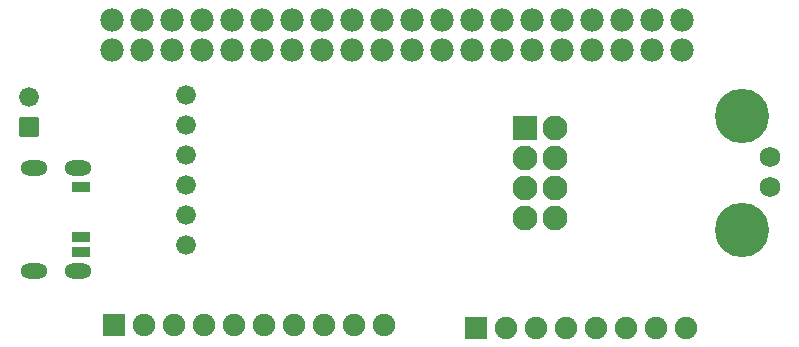
<source format=gbs>
G04 Layer: BottomSolderMaskLayer*
G04 EasyEDA v6.5.23, 2025-04-20 18:15:51*
G04 2b0ee3c3499d41c98384b79ec2d58562,f9be1a6569124c8bb78035afb8aa2461,10*
G04 Gerber Generator version 0.2*
G04 Scale: 100 percent, Rotated: No, Reflected: No *
G04 Dimensions in millimeters *
G04 leading zeros omitted , absolute positions ,4 integer and 5 decimal *
%FSLAX45Y45*%
%MOMM*%

%AMMACRO1*1,1,$1,$2,$3*1,1,$1,$4,$5*1,1,$1,0-$2,0-$3*1,1,$1,0-$4,0-$5*20,1,$1,$2,$3,$4,$5,0*20,1,$1,$4,$5,0-$2,0-$3,0*20,1,$1,0-$2,0-$3,0-$4,0-$5,0*20,1,$1,0-$4,0-$5,$2,$3,0*4,1,4,$2,$3,$4,$5,0-$2,0-$3,0-$4,0-$5,$2,$3,0*%
%ADD10MACRO1,0.1016X0.7X-0.4X0.7X0.4*%
%ADD11O,2.3015956X1.3015976000000002*%
%ADD12MACRO1,0.1016X0.7874X0.7874X-0.7874X0.7874*%
%ADD13C,1.6764*%
%ADD14C,1.6766*%
%ADD15C,1.7526*%
%ADD16C,1.9812*%
%ADD17MACRO1,0.1016X-0.9X-0.9X0.9X-0.9*%
%ADD18C,1.9016*%
%ADD19MACRO1,0.1016X-0.9X0.9X0.9X0.9*%
%ADD20C,4.6016*%
%ADD21C,2.1016*%
%ADD22MACRO1,0.1016X-1X1X1X1*%

%LPD*%
D10*
G01*
X566089Y-2179294D03*
G01*
X566092Y-2056302D03*
G01*
X566089Y-1629308D03*
D11*
G01*
X546100Y-1471803D03*
G01*
X546100Y-2336800D03*
G01*
X166090Y-1471803D03*
G01*
X166090Y-2336800D03*
D12*
G01*
X127000Y-1117600D03*
D13*
G01*
X127000Y-863600D03*
D14*
G01*
X1460500Y-850900D03*
G01*
X1460500Y-1104900D03*
G01*
X1460500Y-1358900D03*
G01*
X1460500Y-1612900D03*
G01*
X1460500Y-1866900D03*
G01*
X1460500Y-2120900D03*
D15*
G01*
X6398590Y-1625574D03*
G01*
X6403009Y-1371625D03*
D16*
G01*
X1082802Y-217017D03*
G01*
X1336802Y-217017D03*
G01*
X1590802Y-217017D03*
G01*
X1844802Y-217017D03*
G01*
X2098802Y-217017D03*
G01*
X2352802Y-217017D03*
G01*
X2606802Y-217017D03*
G01*
X2860802Y-217017D03*
G01*
X3114802Y-217017D03*
G01*
X3368802Y-217017D03*
G01*
X3622802Y-217017D03*
G01*
X3876802Y-217017D03*
G01*
X4130802Y-217017D03*
G01*
X4384802Y-217017D03*
G01*
X4639792Y-217017D03*
G01*
X4892802Y-217017D03*
G01*
X5146802Y-217017D03*
G01*
X5400802Y-217017D03*
G01*
X5654802Y-217017D03*
G01*
X1082802Y-470992D03*
G01*
X1336802Y-470992D03*
G01*
X1590802Y-470992D03*
G01*
X1844802Y-470992D03*
G01*
X2098802Y-470992D03*
G01*
X2352802Y-470992D03*
G01*
X2606802Y-470992D03*
G01*
X2860802Y-470992D03*
G01*
X3114802Y-470992D03*
G01*
X3368802Y-470992D03*
G01*
X3622802Y-470992D03*
G01*
X3876802Y-470992D03*
G01*
X4130802Y-470992D03*
G01*
X4384802Y-470992D03*
G01*
X4638802Y-470992D03*
G01*
X4892802Y-470992D03*
G01*
X5146802Y-470992D03*
G01*
X5400802Y-470992D03*
G01*
X5654802Y-470992D03*
G01*
X828802Y-217017D03*
G01*
X828802Y-470992D03*
D17*
G01*
X3911602Y-2819400D03*
D18*
G01*
X4165600Y-2819400D03*
G01*
X4419600Y-2819400D03*
G01*
X4673600Y-2819400D03*
G01*
X4927600Y-2819400D03*
G01*
X5181600Y-2819400D03*
G01*
X5435600Y-2819400D03*
G01*
X5689600Y-2819400D03*
D19*
G01*
X850905Y-2794000D03*
D18*
G01*
X1104900Y-2794000D03*
G01*
X1358900Y-2794000D03*
G01*
X1612900Y-2794000D03*
G01*
X1866900Y-2794000D03*
G01*
X2120900Y-2794000D03*
G01*
X2374900Y-2794000D03*
G01*
X2628900Y-2794000D03*
G01*
X2882900Y-2794000D03*
G01*
X3136900Y-2794000D03*
D20*
G01*
X6162598Y-1991309D03*
G01*
X6162598Y-1031290D03*
D21*
G01*
X4581601Y-1892300D03*
G01*
X4327601Y-1892300D03*
G01*
X4581601Y-1638300D03*
G01*
X4327601Y-1638300D03*
G01*
X4581601Y-1384300D03*
G01*
X4327601Y-1384300D03*
G01*
X4581601Y-1130300D03*
D22*
G01*
X4327601Y-1130300D03*
M02*

</source>
